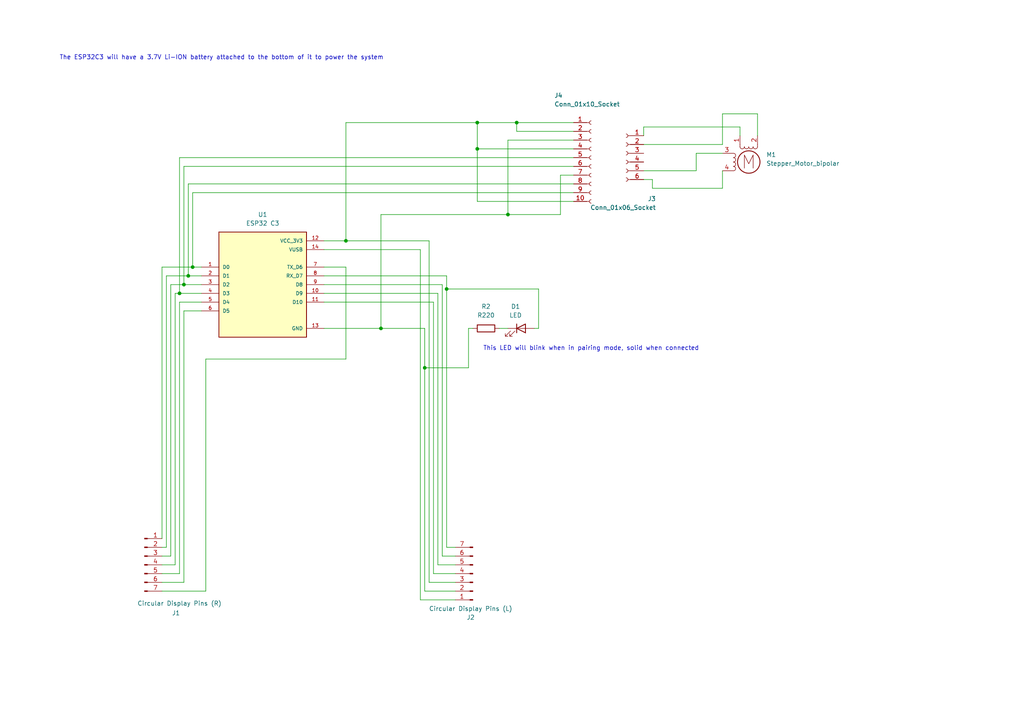
<source format=kicad_sch>
(kicad_sch (version 20231120) (generator "eeschema") (generator_version "8.0")
  (paper "A4")
  (lib_symbols
    (symbol "113991054:113991054" (pin_names (offset 1.016))
      (property "Reference" "U" (at -12.7 16.002 0))
      (property "Value" "113991054" (at -12.7 -17.78 0))
      (symbol "113991054_0_0"
        (rectangle (start -12.7 -15.24) (end 12.7 15.24) (stroke (width 0.254)) (fill (type background)))
        (pin bidirectional line (at -17.78 5.08 0) (length 5.08) (name "D0") (number "1"))
        (pin bidirectional line (at 17.78 -2.54 180) (length 5.08) (name "D9") (number "10"))
        (pin bidirectional line (at 17.78 -5.08 180) (length 5.08) (name "D10") (number "11"))
        (pin power_in line (at 17.78 12.7 180) (length 5.08) (name "VCC_3V3") (number "12"))
        (pin power_in line (at 17.78 -12.7 180) (length 5.08) (name "GND") (number "13"))
        (pin power_in line (at 17.78 10.16 180) (length 5.08) (name "VUSB") (number "14"))
        (pin bidirectional line (at -17.78 2.54 0) (length 5.08) (name "D1") (number "2"))
        (pin bidirectional line (at -17.78 0 0) (length 5.08) (name "D2") (number "3"))
        (pin bidirectional line (at -17.78 -2.54 0) (length 5.08) (name "D3") (number "4"))
        (pin bidirectional line (at -17.78 -5.08 0) (length 5.08) (name "D4") (number "5"))
        (pin bidirectional line (at -17.78 -7.62 0) (length 5.08) (name "D5") (number "6"))
        (pin bidirectional line (at 17.78 5.08 180) (length 5.08) (name "TX_D6") (number "7"))
        (pin bidirectional line (at 17.78 2.54 180) (length 5.08) (name "RX_D7") (number "8"))
        (pin bidirectional line (at 17.78 0 180) (length 5.08) (name "D8") (number "9"))
      )
    )
    (symbol "Connector:Conn_01x06_Socket" (pin_names (offset 1.016) hide)
      (property "Reference" "J" (at 0 7.62 0))
      (property "Value" "Conn_01x06_Socket" (at 0 -10.16 0))
      (symbol "Conn_01x06_Socket_1_1"
        (arc (start 0 -7.112) (mid -0.5058 -7.62) (end 0 -8.128) (stroke (width 0.1524)))
        (arc (start 0 -4.572) (mid -0.5058 -5.08) (end 0 -5.588) (stroke (width 0.1524)))
        (arc (start 0 -2.032) (mid -0.5058 -2.54) (end 0 -3.048) (stroke (width 0.1524)))
        (polyline (pts (xy -1.27 -7.62) (xy -0.508 -7.62)) (stroke (width 0.1524)))
        (polyline (pts (xy -1.27 -5.08) (xy -0.508 -5.08)) (stroke (width 0.1524)))
        (polyline (pts (xy -1.27 -2.54) (xy -0.508 -2.54)) (stroke (width 0.1524)))
        (polyline (pts (xy -1.27 0) (xy -0.508 0)) (stroke (width 0.1524)))
        (polyline (pts (xy -1.27 2.54) (xy -0.508 2.54)) (stroke (width 0.1524)))
        (polyline (pts (xy -1.27 5.08) (xy -0.508 5.08)) (stroke (width 0.1524)))
        (arc (start 0 0.508) (mid -0.5058 0) (end 0 -0.508) (stroke (width 0.1524)))
        (arc (start 0 3.048) (mid -0.5058 2.54) (end 0 2.032) (stroke (width 0.1524)))
        (arc (start 0 5.588) (mid -0.5058 5.08) (end 0 4.572) (stroke (width 0.1524)))
        (pin passive line (at -5.08 5.08 0) (length 3.81) (name "Pin_1") (number "1"))
        (pin passive line (at -5.08 2.54 0) (length 3.81) (name "Pin_2") (number "2"))
        (pin passive line (at -5.08 0 0) (length 3.81) (name "Pin_3") (number "3"))
        (pin passive line (at -5.08 -2.54 0) (length 3.81) (name "Pin_4") (number "4"))
        (pin passive line (at -5.08 -5.08 0) (length 3.81) (name "Pin_5") (number "5"))
        (pin passive line (at -5.08 -7.62 0) (length 3.81) (name "Pin_6") (number "6"))
      )
    )
    (symbol "Connector:Conn_01x07_Pin" (pin_names (offset 1.016) hide)
      (property "Reference" "J" (at 0 10.16 0))
      (property "Value" "Conn_01x07_Pin" (at 0 -10.16 0))
      (symbol "Conn_01x07_Pin_1_1"
        (polyline (pts (xy 1.27 -7.62) (xy 0.8636 -7.62)) (stroke (width 0.1524)))
        (polyline (pts (xy 1.27 -5.08) (xy 0.8636 -5.08)) (stroke (width 0.1524)))
        (polyline (pts (xy 1.27 -2.54) (xy 0.8636 -2.54)) (stroke (width 0.1524)))
        (polyline (pts (xy 1.27 0) (xy 0.8636 0)) (stroke (width 0.1524)))
        (polyline (pts (xy 1.27 2.54) (xy 0.8636 2.54)) (stroke (width 0.1524)))
        (polyline (pts (xy 1.27 5.08) (xy 0.8636 5.08)) (stroke (width 0.1524)))
        (polyline (pts (xy 1.27 7.62) (xy 0.8636 7.62)) (stroke (width 0.1524)))
        (rectangle (start 0.8636 -7.493) (end 0 -7.747) (stroke (width 0.1524)) (fill (type outline)))
        (rectangle (start 0.8636 -4.953) (end 0 -5.207) (stroke (width 0.1524)) (fill (type outline)))
        (rectangle (start 0.8636 -2.413) (end 0 -2.667) (stroke (width 0.1524)) (fill (type outline)))
        (rectangle (start 0.8636 0.127) (end 0 -0.127) (stroke (width 0.1524)) (fill (type outline)))
        (rectangle (start 0.8636 2.667) (end 0 2.413) (stroke (width 0.1524)) (fill (type outline)))
        (rectangle (start 0.8636 5.207) (end 0 4.953) (stroke (width 0.1524)) (fill (type outline)))
        (rectangle (start 0.8636 7.747) (end 0 7.493) (stroke (width 0.1524)) (fill (type outline)))
        (pin passive line (at 5.08 7.62 180) (length 3.81) (name "Pin_1") (number "1"))
        (pin passive line (at 5.08 5.08 180) (length 3.81) (name "Pin_2") (number "2"))
        (pin passive line (at 5.08 2.54 180) (length 3.81) (name "Pin_3") (number "3"))
        (pin passive line (at 5.08 0 180) (length 3.81) (name "Pin_4") (number "4"))
        (pin passive line (at 5.08 -2.54 180) (length 3.81) (name "Pin_5") (number "5"))
        (pin passive line (at 5.08 -5.08 180) (length 3.81) (name "Pin_6") (number "6"))
        (pin passive line (at 5.08 -7.62 180) (length 3.81) (name "Pin_7") (number "7"))
      )
    )
    (symbol "Connector:Conn_01x10_Socket" (pin_names (offset 1.016) hide)
      (property "Reference" "J" (at 0 12.7 0))
      (property "Value" "Conn_01x10_Socket" (at 0 -15.24 0))
      (symbol "Conn_01x10_Socket_1_1"
        (arc (start 0 -12.192) (mid -0.5058 -12.7) (end 0 -13.208) (stroke (width 0.1524)))
        (arc (start 0 -9.652) (mid -0.5058 -10.16) (end 0 -10.668) (stroke (width 0.1524)))
        (arc (start 0 -7.112) (mid -0.5058 -7.62) (end 0 -8.128) (stroke (width 0.1524)))
        (arc (start 0 -4.572) (mid -0.5058 -5.08) (end 0 -5.588) (stroke (width 0.1524)))
        (arc (start 0 -2.032) (mid -0.5058 -2.54) (end 0 -3.048) (stroke (width 0.1524)))
        (polyline (pts (xy -1.27 -12.7) (xy -0.508 -12.7)) (stroke (width 0.1524)))
        (polyline (pts (xy -1.27 -10.16) (xy -0.508 -10.16)) (stroke (width 0.1524)))
        (polyline (pts (xy -1.27 -7.62) (xy -0.508 -7.62)) (stroke (width 0.1524)))
        (polyline (pts (xy -1.27 -5.08) (xy -0.508 -5.08)) (stroke (width 0.1524)))
        (polyline (pts (xy -1.27 -2.54) (xy -0.508 -2.54)) (stroke (width 0.1524)))
        (polyline (pts (xy -1.27 0) (xy -0.508 0)) (stroke (width 0.1524)))
        (polyline (pts (xy -1.27 2.54) (xy -0.508 2.54)) (stroke (width 0.1524)))
        (polyline (pts (xy -1.27 5.08) (xy -0.508 5.08)) (stroke (width 0.1524)))
        (polyline (pts (xy -1.27 7.62) (xy -0.508 7.62)) (stroke (width 0.1524)))
        (polyline (pts (xy -1.27 10.16) (xy -0.508 10.16)) (stroke (width 0.1524)))
        (arc (start 0 0.508) (mid -0.5058 0) (end 0 -0.508) (stroke (width 0.1524)))
        (arc (start 0 3.048) (mid -0.5058 2.54) (end 0 2.032) (stroke (width 0.1524)))
        (arc (start 0 5.588) (mid -0.5058 5.08) (end 0 4.572) (stroke (width 0.1524)))
        (arc (start 0 8.128) (mid -0.5058 7.62) (end 0 7.112) (stroke (width 0.1524)))
        (arc (start 0 10.668) (mid -0.5058 10.16) (end 0 9.652) (stroke (width 0.1524)))
        (pin passive line (at -5.08 10.16 0) (length 3.81) (name "Pin_1") (number "1"))
        (pin passive line (at -5.08 -12.7 0) (length 3.81) (name "Pin_10") (number "10"))
        (pin passive line (at -5.08 7.62 0) (length 3.81) (name "Pin_2") (number "2"))
        (pin passive line (at -5.08 5.08 0) (length 3.81) (name "Pin_3") (number "3"))
        (pin passive line (at -5.08 2.54 0) (length 3.81) (name "Pin_4") (number "4"))
        (pin passive line (at -5.08 0 0) (length 3.81) (name "Pin_5") (number "5"))
        (pin passive line (at -5.08 -2.54 0) (length 3.81) (name "Pin_6") (number "6"))
        (pin passive line (at -5.08 -5.08 0) (length 3.81) (name "Pin_7") (number "7"))
        (pin passive line (at -5.08 -7.62 0) (length 3.81) (name "Pin_8") (number "8"))
        (pin passive line (at -5.08 -10.16 0) (length 3.81) (name "Pin_9") (number "9"))
      )
    )
    (symbol "Device:LED" (pin_numbers hide) (pin_names (offset 1.016) hide)
      (property "Reference" "D" (at 0 2.54 0))
      (property "Value" "LED" (at 0 -2.54 0))
      (symbol "LED_0_1"
        (polyline (pts (xy -1.27 -1.27) (xy -1.27 1.27)) (stroke (width 0.254)))
        (polyline (pts (xy -1.27 0) (xy 1.27 0)))
        (polyline (pts (xy 1.27 -1.27) (xy 1.27 1.27) (xy -1.27 0) (xy 1.27 -1.27)) (stroke (width 0.254)))
        (polyline (pts (xy -3.048 -0.762) (xy -4.572 -2.286) (xy -3.81 -2.286) (xy -4.572 -2.286) (xy -4.572 -1.524)))
        (polyline (pts (xy -1.778 -0.762) (xy -3.302 -2.286) (xy -2.54 -2.286) (xy -3.302 -2.286) (xy -3.302 -1.524)))
      )
      (symbol "LED_1_1"
        (pin passive line (at -3.81 0 0) (length 2.54) (name "K") (number "1"))
        (pin passive line (at 3.81 0 180) (length 2.54) (name "A") (number "2"))
      )
    )
    (symbol "Device:R" (pin_numbers hide) (pin_names (offset 0))
      (property "Reference" "R" (at 2.032 0 90))
      (property "Value" "R" (at 0 0 90))
      (symbol "R_0_1"
        (rectangle (start -1.016 -2.54) (end 1.016 2.54) (stroke (width 0.254)))
      )
      (symbol "R_1_1"
        (pin passive line (at 0 3.81 270) (length 1.27) (name "~") (number "1"))
        (pin passive line (at 0 -3.81 90) (length 1.27) (name "~") (number "2"))
      )
    )
    (symbol "Motor:Stepper_Motor_bipolar" (pin_names (offset 0) hide)
      (property "Reference" "M" (at 3.81 2.54 0))
      (property "Value" "Stepper_Motor_bipolar" (at 3.81 1.27 0))
      (symbol "Stepper_Motor_bipolar_0_0"
        (polyline (pts (xy -1.27 -1.778) (xy -1.27 2.032) (xy 0 -0.508) (xy 1.27 2.032) (xy 1.27 -1.778)))
      )
      (symbol "Stepper_Motor_bipolar_0_1"
        (arc (start -4.445 -2.54) (mid -3.8127 -1.905) (end -4.445 -1.27))
        (arc (start -4.445 -1.27) (mid -3.8127 -0.635) (end -4.445 0))
        (arc (start -4.445 0) (mid -3.8127 0.635) (end -4.445 1.27))
        (arc (start -4.445 1.27) (mid -3.8127 1.905) (end -4.445 2.54))
        (arc (start -2.54 4.445) (mid -1.905 3.8127) (end -1.27 4.445))
        (arc (start -1.27 4.445) (mid -0.635 3.8127) (end 0 4.445))
        (polyline (pts (xy -5.08 -2.54) (xy -4.445 -2.54)))
        (polyline (pts (xy -5.08 2.54) (xy -4.445 2.54)))
        (polyline (pts (xy -2.54 5.08) (xy -2.54 4.445)))
        (polyline (pts (xy 2.54 5.08) (xy 2.54 4.445)))
        (circle (center 0 0) (radius 3.2512) (stroke (width 0.254)))
        (arc (start 0 4.445) (mid 0.635 3.8127) (end 1.27 4.445))
        (arc (start 1.27 4.445) (mid 1.905 3.8127) (end 2.54 4.445))
      )
      (symbol "Stepper_Motor_bipolar_1_1"
        (pin passive line (at -2.54 7.62 270) (length 2.54) (name "~") (number "1"))
        (pin passive line (at 2.54 7.62 270) (length 2.54) (name "-") (number "2"))
        (pin passive line (at -7.62 2.54 0) (length 2.54) (name "~") (number "3"))
        (pin passive line (at -7.62 -2.54 0) (length 2.54) (name "~") (number "4"))
      )
    )
  )
  (junction (at 138.43 43.18))
  (junction (at 129.54 83.82))
  (junction (at 53.34 82.55))
  (junction (at 52.07 85.09))
  (junction (at 100.33 69.85))
  (junction (at 138.43 35.56))
  (junction (at 147.32 62.23))
  (junction (at 149.86 35.56))
  (junction (at 55.88 77.47))
  (junction (at 54.61 80.01))
  (junction (at 123.19 106.68))
  (junction (at 110.49 95.25))
  (wire (pts (xy 59.69 104.14) (xy 59.69 171.45)))
  (wire (pts (xy 55.88 77.47) (xy 58.42 77.47)))
  (wire (pts (xy 53.34 168.91) (xy 46.99 168.91)))
  (wire (pts (xy 123.19 171.45) (xy 132.08 171.45)))
  (wire (pts (xy 149.86 38.1) (xy 166.37 38.1)))
  (wire (pts (xy 124.46 69.85) (xy 124.46 168.91)))
  (wire (pts (xy 189.23 54.61) (xy 189.23 52.07)))
  (wire (pts (xy 128.27 82.55) (xy 128.27 161.29)))
  (wire (pts (xy 54.61 53.34) (xy 54.61 80.01)))
  (wire (pts (xy 149.86 35.56) (xy 149.86 38.1)))
  (wire (pts (xy 189.23 52.07) (xy 186.69 52.07)))
  (wire (pts (xy 59.69 171.45) (xy 46.99 171.45)))
  (wire (pts (xy 52.07 45.72) (xy 52.07 85.09)))
  (wire (pts (xy 137.16 95.25) (xy 135.89 95.25)))
  (wire (pts (xy 162.56 50.8) (xy 162.56 62.23)))
  (wire (pts (xy 46.99 77.47) (xy 46.99 156.21)))
  (wire (pts (xy 135.89 95.25) (xy 135.89 106.68)))
  (wire (pts (xy 46.99 77.47) (xy 55.88 77.47)))
  (wire (pts (xy 93.98 80.01) (xy 129.54 80.01)))
  (wire (pts (xy 214.63 36.83) (xy 214.63 39.37)))
  (wire (pts (xy 110.49 95.25) (xy 110.49 62.23)))
  (wire (pts (xy 48.26 80.01) (xy 48.26 158.75)))
  (wire (pts (xy 93.98 69.85) (xy 100.33 69.85)))
  (wire (pts (xy 50.8 85.09) (xy 50.8 163.83)))
  (wire (pts (xy 100.33 69.85) (xy 124.46 69.85)))
  (wire (pts (xy 138.43 35.56) (xy 138.43 43.18)))
  (wire (pts (xy 100.33 77.47) (xy 100.33 104.14)))
  (wire (pts (xy 166.37 50.8) (xy 162.56 50.8)))
  (wire (pts (xy 209.55 54.61) (xy 209.55 49.53)))
  (wire (pts (xy 54.61 80.01) (xy 58.42 80.01)))
  (wire (pts (xy 219.71 33.02) (xy 219.71 39.37)))
  (wire (pts (xy 201.93 44.45) (xy 209.55 44.45)))
  (wire (pts (xy 147.32 40.64) (xy 166.37 40.64)))
  (wire (pts (xy 121.92 72.39) (xy 121.92 173.99)))
  (wire (pts (xy 186.69 41.91) (xy 209.55 41.91)))
  (wire (pts (xy 93.98 82.55) (xy 128.27 82.55)))
  (wire (pts (xy 186.69 49.53) (xy 201.93 49.53)))
  (wire (pts (xy 58.42 90.17) (xy 53.34 90.17)))
  (wire (pts (xy 129.54 80.01) (xy 129.54 83.82)))
  (wire (pts (xy 46.99 158.75) (xy 48.26 158.75)))
  (wire (pts (xy 186.69 36.83) (xy 186.69 39.37)))
  (wire (pts (xy 125.73 87.63) (xy 125.73 166.37)))
  (wire (pts (xy 186.69 36.83) (xy 214.63 36.83)))
  (wire (pts (xy 128.27 161.29) (xy 132.08 161.29)))
  (wire (pts (xy 93.98 95.25) (xy 110.49 95.25)))
  (wire (pts (xy 55.88 55.88) (xy 166.37 55.88)))
  (wire (pts (xy 93.98 85.09) (xy 127 85.09)))
  (wire (pts (xy 53.34 82.55) (xy 58.42 82.55)))
  (wire (pts (xy 93.98 77.47) (xy 100.33 77.47)))
  (wire (pts (xy 147.32 62.23) (xy 162.56 62.23)))
  (wire (pts (xy 53.34 90.17) (xy 53.34 168.91)))
  (wire (pts (xy 166.37 58.42) (xy 138.43 58.42)))
  (wire (pts (xy 48.26 80.01) (xy 54.61 80.01)))
  (wire (pts (xy 53.34 48.26) (xy 53.34 82.55)))
  (wire (pts (xy 138.43 35.56) (xy 149.86 35.56)))
  (wire (pts (xy 110.49 95.25) (xy 123.19 95.25)))
  (wire (pts (xy 209.55 33.02) (xy 219.71 33.02)))
  (wire (pts (xy 129.54 83.82) (xy 129.54 158.75)))
  (wire (pts (xy 138.43 43.18) (xy 166.37 43.18)))
  (wire (pts (xy 50.8 163.83) (xy 46.99 163.83)))
  (wire (pts (xy 52.07 85.09) (xy 58.42 85.09)))
  (wire (pts (xy 189.23 54.61) (xy 209.55 54.61)))
  (wire (pts (xy 166.37 53.34) (xy 54.61 53.34)))
  (wire (pts (xy 49.53 82.55) (xy 49.53 161.29)))
  (wire (pts (xy 52.07 166.37) (xy 46.99 166.37)))
  (wire (pts (xy 125.73 166.37) (xy 132.08 166.37)))
  (wire (pts (xy 49.53 161.29) (xy 46.99 161.29)))
  (wire (pts (xy 110.49 62.23) (xy 147.32 62.23)))
  (wire (pts (xy 156.21 95.25) (xy 154.94 95.25)))
  (wire (pts (xy 55.88 77.47) (xy 55.88 55.88)))
  (wire (pts (xy 50.8 85.09) (xy 52.07 85.09)))
  (wire (pts (xy 58.42 87.63) (xy 52.07 87.63)))
  (wire (pts (xy 129.54 83.82) (xy 156.21 83.82)))
  (wire (pts (xy 124.46 168.91) (xy 132.08 168.91)))
  (wire (pts (xy 129.54 158.75) (xy 132.08 158.75)))
  (wire (pts (xy 59.69 104.14) (xy 100.33 104.14)))
  (wire (pts (xy 166.37 45.72) (xy 52.07 45.72)))
  (wire (pts (xy 52.07 87.63) (xy 52.07 166.37)))
  (wire (pts (xy 93.98 87.63) (xy 125.73 87.63)))
  (wire (pts (xy 209.55 41.91) (xy 209.55 33.02)))
  (wire (pts (xy 156.21 83.82) (xy 156.21 95.25)))
  (wire (pts (xy 100.33 35.56) (xy 138.43 35.56)))
  (wire (pts (xy 127 163.83) (xy 132.08 163.83)))
  (wire (pts (xy 147.32 62.23) (xy 147.32 40.64)))
  (wire (pts (xy 49.53 82.55) (xy 53.34 82.55)))
  (wire (pts (xy 147.32 95.25) (xy 144.78 95.25)))
  (wire (pts (xy 166.37 48.26) (xy 53.34 48.26)))
  (wire (pts (xy 127 85.09) (xy 127 163.83)))
  (wire (pts (xy 100.33 69.85) (xy 100.33 35.56)))
  (wire (pts (xy 149.86 35.56) (xy 166.37 35.56)))
  (wire (pts (xy 138.43 43.18) (xy 138.43 58.42)))
  (wire (pts (xy 121.92 173.99) (xy 132.08 173.99)))
  (wire (pts (xy 123.19 95.25) (xy 123.19 106.68)))
  (wire (pts (xy 135.89 106.68) (xy 123.19 106.68)))
  (wire (pts (xy 123.19 106.68) (xy 123.19 171.45)))
  (wire (pts (xy 201.93 49.53) (xy 201.93 44.45)))
  (wire (pts (xy 93.98 72.39) (xy 121.92 72.39)))
  (text "This LED will blink when in pairing mode, solid when connected" (at 171.45 101.092 0) (effects (font (size 1.27 1.27))))
  (text "The ESP32C3 will have a 3.7V Li-ION battery attached to the bottom of it to power the system" (at 64.262 16.764 0) (effects (font (size 1.27 1.27))))
  (symbol (lib_id "113991054:113991054") (at 76.2 82.55 0) (unit 1)
    (property "Reference" "U1" (at 76.2 62.23 0))
    (property "Value" "ESP32 C3" (at 76.2 64.77 0))
    (property "Footprint" "RF_Module:MCU_Seeed_ESP32C3" (effects (hide yes)))
    (property "PARTREV" "23/05/2022" (effects (hide yes)))
    (property "MANUFACTURER" "Seeed Technology" (effects (hide yes)))
    (property "SNAPEDA_PN" "113991054" (effects (hide yes)))
    (property "MAXIMUM_PACKAGE_HEIGHT" "N/A" (effects (hide yes)))
    (property "STANDARD" "Manufacturer Recommendations" (effects (hide yes)))
  )
  (symbol (lib_id "Device:R") (at 140.97 95.25 270) (unit 1)
    (property "Reference" "R2" (at 140.97 88.9 90))
    (property "Value" "R220" (at 140.97 91.44 90))
    (property "Footprint" "Resistor_SMD:R_0201_0603Metric" (effects (hide yes)))
    (property "Description" "Resistor" (effects (hide yes)))
  )
  (symbol (lib_id "Motor:Stepper_Motor_bipolar") (at 217.17 46.99 0) (unit 1)
    (property "Reference" "M1" (at 222.25 44.869 0) (effects (justify left)))
    (property "Value" "Stepper_Motor_bipolar" (at 222.25 47.409 0) (effects (justify left)))
    (property "Footprint" "Stepper Footprint:x27_stepper" (effects (hide yes)))
    (property "Datasheet" "http://www.infineon.com/dgdl/Application-Note-TLE8110EE_driving_UniPolarStepperMotor_V1.1.pdf?fileId=db3a30431be39b97011be5d0aa0a00b0" (effects (hide yes)))
    (property "Description" "4-wire bipolar stepper motor" (effects (hide yes)))
  )
  (symbol (lib_id "Connector:Conn_01x06_Socket") (at 181.61 44.45 0) (mirror y) (unit 1)
    (property "Reference" "J3" (at 190.246 57.658 0) (effects (justify left)))
    (property "Value" "Conn_01x06_Socket" (at 190.246 60.198 0) (effects (justify left)))
    (property "Footprint" "Connector_PinSocket_2.54mm:PinSocket_1x06_P2.54mm_Vertical" (effects (hide yes)))
    (property "Description" "Generic connector, single row, 01x06, script generated" (effects (hide yes)))
  )
  (symbol (lib_id "Connector:Conn_01x10_Socket") (at 171.45 45.72 0) (unit 1)
    (property "Reference" "J4" (at 160.782 27.686 0) (effects (justify left)))
    (property "Value" "Conn_01x10_Socket" (at 160.782 30.226 0) (effects (justify left)))
    (property "Footprint" "Connector_PinSocket_2.54mm:PinSocket_1x10_P2.54mm_Vertical" (effects (hide yes)))
    (property "Description" "Generic connector, single row, 01x10, script generated" (effects (hide yes)))
  )
  (symbol (lib_id "Connector:Conn_01x07_Pin") (at 137.16 166.37 180) (unit 1)
    (property "Reference" "J2" (at 136.525 179.07 0))
    (property "Value" "Circular Display Pins (L)" (at 136.525 176.53 0))
    (property "Footprint" "Connector_PinHeader_2.54mm:PinHeader_1x07_P2.54mm_Vertical" (effects (hide yes)))
    (property "Description" "Generic connector, single row, 01x07, script generated" (effects (hide yes)))
  )
  (symbol (lib_id "Connector:Conn_01x07_Pin") (at 41.91 163.83 0) (unit 1)
    (property "Reference" "J1" (at 51.054 177.8 0))
    (property "Value" "Circular Display Pins (R)" (at 52.07 175.006 0))
    (property "Footprint" "Connector_PinHeader_2.54mm:PinHeader_1x07_P2.54mm_Vertical" (effects (hide yes)))
    (property "Description" "Generic connector, single row, 01x07, script generated" (effects (hide yes)))
  )
  (symbol (lib_id "Device:LED") (at 151.13 95.25 0) (unit 1)
    (property "Reference" "D1" (at 149.5425 88.9 0))
    (property "Value" "LED" (at 149.5425 91.44 0))
    (property "Footprint" "LED_SMD:LED_0603_1608Metric" (effects (hide yes)))
    (property "Description" "Light emitting diode" (effects (hide yes)))
  )
)
</source>
